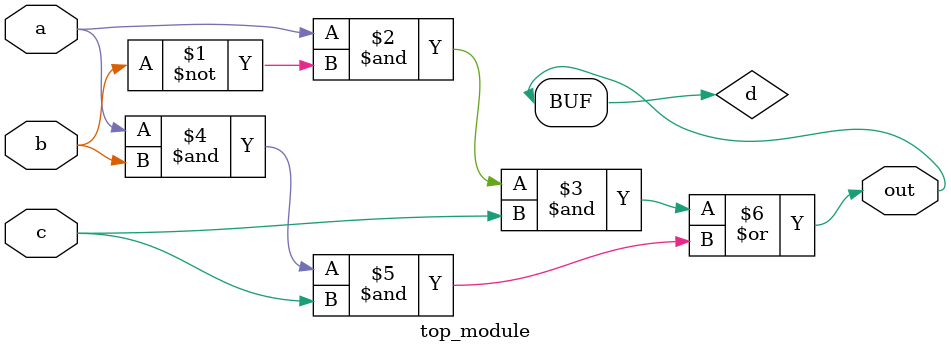
<source format=sv>
module top_module(
  input a,
  input b,
  input c,
  output out
);
  wire d;

  assign d = (a & ~b & c) | (a & b & c);

  assign out = d;

endmodule

</source>
